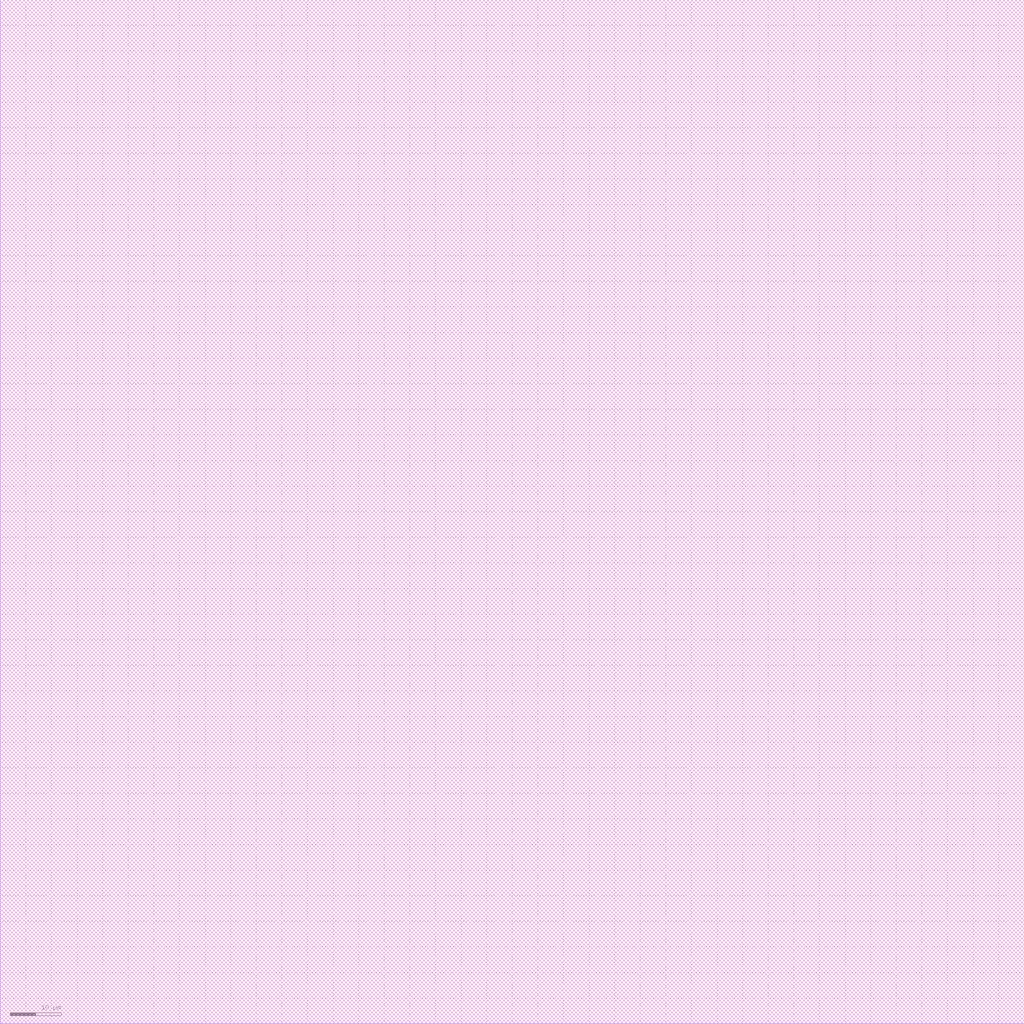
<source format=lef>
VERSION 5.7 ;
  NOWIREEXTENSIONATPIN ON ;
  DIVIDERCHAR "/" ;
  BUSBITCHARS "[]" ;
MACRO gf180mcu_ws_ip__credits
  CLASS BLOCK ;
  FOREIGN gf180mcu_ws_ip__credits ;
  ORIGIN 0.000 0.000 ;
  SIZE 200.0 BY 200.0 ;
  OBS
      LAYER Metal5 ;
        RECT 0.0 0.0 200.0 200.0 ;
  END
END gf180mcu_ws_ip__credits
END LIBRARY
</source>
